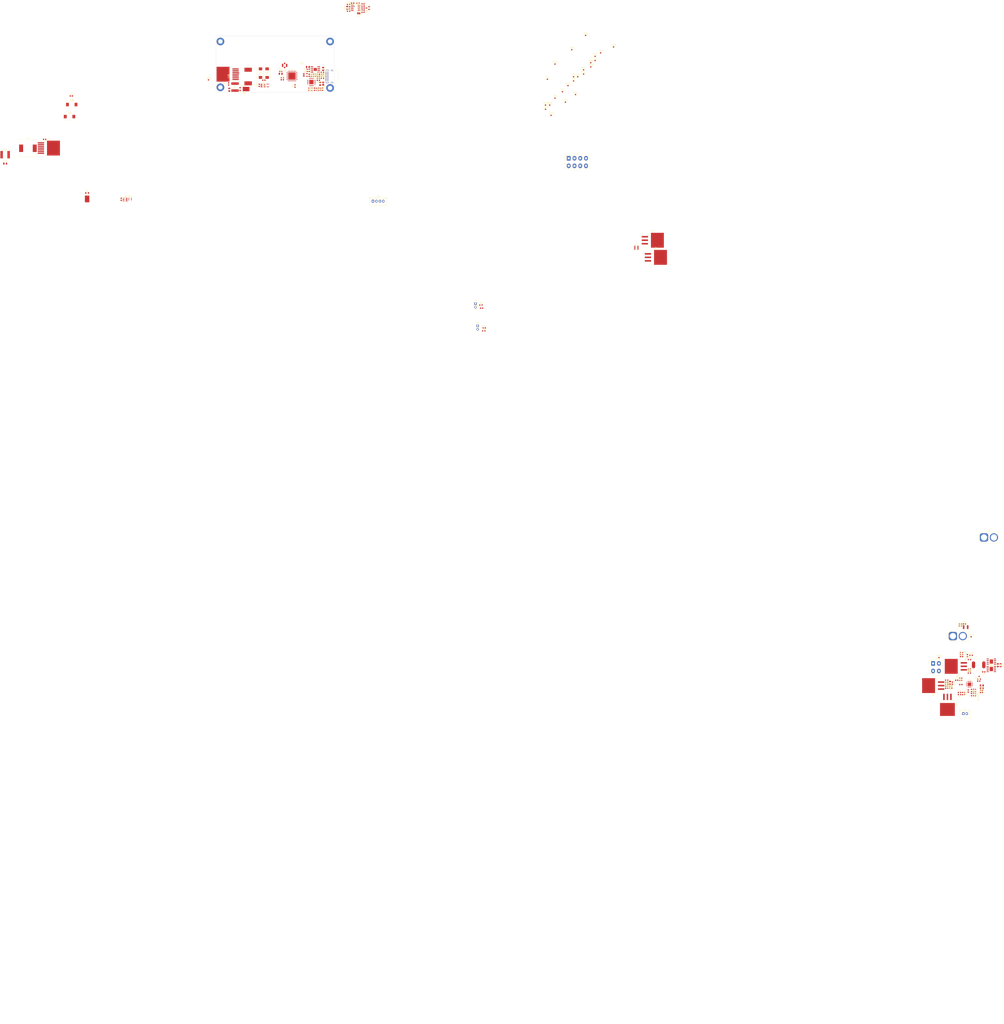
<source format=kicad_pcb>
(kicad_pcb (version 20211014) (generator pcbnew)
  (layers (0 "F.Cu" signal) (1 "In1.Cu" signal) (2 "In2.Cu" signal) (31 "B.Cu" signal) (34 "B.Paste" user) (35 "F.Paste" user) (36 "B.SilkS" user "B.Silkscreen") (37 "F.SilkS" user "F.Silkscreen") (38 "B.Mask" user) (39 "F.Mask" user) (44 "Edge.Cuts" user))
  (net 0 "")
  (net 1 "Net-(C1-Pad1)")
  (net 2 "GND")
  (net 3 "/EN")
  (net 4 "Net-(C3-Pad1)")
  (net 5 "/Battery Charger/CE")
  (net 6 "Net-(C5-Pad1)")
  (net 7 "/Battery Charger/PH")
  (net 8 "/Battery Charger/BTST")
  (net 9 "/Battery Charger/VCC")
  (net 10 "/Battery Charger/SRP")
  (net 11 "/Battery Charger/Q3-S")
  (net 12 "/Battery Charger/Q1-D")
  (net 13 "/Battery Charger/Q1-G")
  (net 14 "Net-(C15-Pad2)")
  (net 15 "Net-(C17-Pad2)")
  (net 16 "Net-(C18-Pad2)")
  (net 17 "/LNA_IN")
  (net 18 "+3V3")
  (net 19 "+24V")
  (net 20 "VBUS")
  (net 21 "Net-(C16-Pad2)")
  (net 22 "Net-(C21-Pad2)")
  (net 23 "Net-(PowerLED1-Pad2)")
  (net 24 "/RTS")
  (net 25 "Net-(Q6-Pad2)")
  (net 26 "/BOOT")
  (net 27 "/DTR")
  (net 28 "Net-(Q6-Pad5)")
  (net 29 "Net-(Q9-Pad3)")
  (net 30 "Net-(Q10-Pad3)")
  (net 31 "Net-(C26-Pad1)")
  (net 32 "/LPC_24V")
  (net 34 "/3.3STAT1")
  (net 35 "/3.3STAT2")
  (net 36 "/PG")
  (net 37 "/CAN_RX")
  (net 38 "/BATTSTAT2")
  (net 39 "/BATTSTAT1")
  (net 40 "/CAN_TX")
  (net 41 "/RXD")
  (net 42 "/TXD")
  (net 44 "/CANL")
  (net 45 "/CANH")
  (net 46 "Net-(C31-Pad1)")
  (net 47 "Net-(C36-Pad2)")
  (net 48 "Net-(C37-Pad1)")
  (net 49 "Net-(C37-Pad2)")
  (net 50 "Net-(C36-Pad1)")
  (net 54 "Net-(IC2-Pad8)")
  (net 55 "Net-(IC2-Pad9)")
  (net 72 "/Battery Charger/VFB")
  (net 73 "Net-(D2-Pad2)")
  (net 74 "Net-(D3-Pad2)")
  (net 75 "Net-(PackLED1-Pad1)")
  (net 76 "Net-(PowerLED1-Pad1)")
  (net 77 "/Battery Charger/ACSET")
  (net 78 "/Battery Charger/ISET2")
  (net 79 "Net-(J1-Pad1)")
  (net 80 "Net-(IC1-Pad23)")
  (net 83 "/Battery Charger/ICSET2")
  (net 84 "/Battery Charger/LODRV")
  (net 85 "/Battery Charger/Q4-G")
  (net 86 "Net-(C57-Pad2)")
  (net 87 "Net-(CTTC1-Pad2)")
  (net 88 "Net-(D7-Pad2)")
  (net 89 "Net-(D8-Pad3)")
  (net 90 "Net-(D8-Pad4)")
  (net 91 "Net-(IC1-Pad3)")
  (net 92 "Net-(IC1-Pad11)")
  (net 93 "Net-(J4-Pad4)")
  (net 94 "Net-(J5-Pad1)")
  (net 95 "Net-(J8-PadA1)")
  (net 96 "Net-(J8-PadA5)")
  (net 98 "Net-(J8-PadB5)")
  (net 101 "/SDA")
  (net 102 "/SCL")
  (net 103 "/Vref")
  (net 104 "Net-(Q7-Pad1)")
  (net 105 "Net-(Q7-Pad2)")
  (net 106 "Net-(R23-Pad2)")
  (net 107 "Net-(R24-Pad1)")
  (net 108 "/CHARGE")
  (net 109 "Net-(R42-Pad2)")
  (net 138 "Net-(C49-Pad1)")
  (footprint "Package_SO:SOIC-8_3.9x4.9mm_P1.27mm" (layer "F.Cu") (at 150.525 21.635)
    (fp_text reference "U2")
    (fp_text value "SN65HVD230")
  )
  (footprint "Capacitor_SMD:C_0805_2012Metric" (layer "F.Cu") (at 115.74 64.65)
    (fp_text reference "C57")
    (fp_text value "10uF")
  )
  (footprint "Capacitor_SMD:C_0603_1608Metric" (layer "F.Cu") (at -75.8175 117.255 180)
    (fp_text reference "C37")
    (fp_text value "0.01uF")
  )
  (footprint "Package_TO_SOT_SMD:TO-263-7_TabPin4" (layer "F.Cu") (at 57.38 69.895 180)
    (fp_text reference "U6")
    (fp_text value "LM2679T-3.3-iclr")
  )
  (footprint "Inductor_SMD:L_12x12mm_H8mm" (layer "F.Cu") (at 72.29 71.6 90)
    (fp_text reference "L3")
    (fp_text value "15uH")
  )
  (footprint "Resistor_SMD:R_0603_1608Metric" (layer "F.Cu") (at 118.2 70.69 -90)
    (fp_text reference "R40")
    (fp_text value "4.7k")
  )
  (footprint "Capacitor_SMD:C_0603_1608Metric" (layer "F.Cu") (at 242.165 240.09)
    (fp_text reference "C18")
    (fp_text value "1μF")
  )
  (footprint "LED_SMD:LED_0603_1608Metric" (layer "F.Cu") (at 595.65 492.825 90)
    (fp_text reference "PackLED1")
    (fp_text value "LED")
  )
  (footprint "Resistor_SMD:R_0603_1608Metric" (layer "F.Cu") (at 145.345 24.055)
    (fp_text reference "R23")
    (fp_text value "120")
  )
  (footprint "Capacitor_SMD:C_0603_1608Metric" (layer "F.Cu") (at 596.26 518.58 90)
    (fp_text reference "CTTC1")
    (fp_text value "22nF")
  )
  (footprint "Package_DFN_QFN:VQFN-24-1EP_4x4mm_P0.5mm_EP2.45x2.45mm" (layer "F.Cu") (at 597.125 513.65)
    (fp_text reference "IC1")
    (fp_text value "BQ24618RGET-iclr")
  )
  (footprint "Capacitor_SMD:C_0603_1608Metric" (layer "F.Cu") (at 123.4 71.41 180)
    (fp_text reference "C52")
    (fp_text value "4.7muF")
  )
  (footprint "Capacitor_SMD:C_0603_1608Metric" (layer "F.Cu") (at -56.35 85.725)
    (fp_text reference "C44")
    (fp_text value "22uF")
  )
  (footprint "Connector_AMASS:AMASS_XT60-M_1x02_P7.20mm_Vertical" (layer "F.Cu") (at 607.73 406.85)
    (fp_text reference "J6")
    (fp_text value "Conn_01x02_Male")
  )
  (footprint "Capacitor_SMD:C_0603_1608Metric" (layer "F.Cu") (at 603.9 511.35)
    (fp_text reference "C5")
    (fp_text value "1uF")
  )
  (footprint "Capacitor_SMD:C_0603_1608Metric" (layer "F.Cu") (at 156.641889 23.996728 -90)
    (fp_text reference "C28")
    (fp_text value "220 pF")
  )
  (footprint "Capacitor_SMD:C_0805_2012Metric" (layer "F.Cu") (at -104.525 134.925)
    (fp_text reference "C43")
    (fp_text value "0.47μF")
  )
  (footprint "Package_SO:HSOP-8-1EP_3.9x4.9mm_P1.27mm_EP2.41x3.1mm" (layer "F.Cu") (at 613.05 502.525)
    (fp_text reference "Q4")
    (fp_text value "RS1G120MN")
  )
  (footprint "Resistor_SMD:R_0603_1608Metric" (layer "F.Cu") (at 591.375 492)
    (fp_text reference "R2")
    (fp_text value "110kΩ")
  )
  (footprint "Package_TO_SOT_SMD:TO-263-3_TabPin2" (layer "F.Cu") (at 587.275 500.6 180)
    (fp_text reference "Q3")
    (fp_text value "RSJ250P10TL")
  )
  (footprint "TestPoint:TestPoint_Pad_D1.0mm" (layer "F.Cu") (at 324.74 59.94)
    (fp_text reference "TP3")
    (fp_text value "TestPoint")
  )
  (footprint "Capacitor_SMD:C_0603_1608Metric" (layer "F.Cu") (at 95.98 67.89)
    (fp_text reference "C24")
    (fp_text value "0.1uF")
  )
  (footprint "Capacitor_SMD:C_0603_1608Metric" (layer "F.Cu") (at 587.825 510.725)
    (fp_text reference "C33")
    (fp_text value "0.1μF")
  )
  (footprint "Capacitor_SMD:C_0603_1608Metric" (layer "F.Cu") (at 596.375 503.275 -90)
    (fp_text reference "C15")
    (fp_text value "0.1µF")
  )
  (footprint "Capacitor_SMD:C_0603_1608Metric" (layer "F.Cu") (at 123.395 72.88)
    (fp_text reference "C51")
    (fp_text value "0.1muF")
  )
  (footprint "Resistor_SMD:R_0603_1608Metric" (layer "F.Cu") (at 598.6 521.15 -90)
    (fp_text reference "RFast1")
    (fp_text value "32kΩ")
  )
  (footprint "TestPoint:TestPoint_Pad_D1.0mm" (layer "F.Cu") (at 43.4 74.025)
    (fp_text reference "TP19")
    (fp_text value "TestPoint")
  )
  (footprint "Resistor_SMD:R_0603_1608Metric" (layer "F.Cu") (at 121.18 70.69 -90)
    (fp_text reference "R38")
    (fp_text value "24k")
  )
  (footprint "Capacitor_SMD:C_0603_1608Metric" (layer "F.Cu") (at 584.775 512.825 -90)
    (fp_text reference "C7")
    (fp_text value "1uF")
  )
  (footprint "TestPoint:TestPoint_Pad_D1.0mm" (layer "F.Cu") (at 316.37 66.73)
    (fp_text reference "TP14")
    (fp_text value "TestPoint")
  )
  (footprint "Capacitor_SMD:C_0603_1608Metric" (layer "F.Cu") (at 593.55 469.775)
    (fp_text reference "C31")
    (fp_text value "0.1μF")
  )
  (footprint "Resistor_SMD:R_0603_1608Metric" (layer "F.Cu") (at 126.52 80.83 90)
    (fp_text reference "R21")
    (fp_text value "470Ω")
  )
  (footprint "Resistor_SMD:R_0603_1608Metric" (layer "F.Cu") (at 241.68 237.78)
    (fp_text reference "R8")
    (fp_text value "470Ω")
  )
  (footprint "Capacitor_SMD:C_0603_1608Metric" (layer "F.Cu") (at 148.305 18.205 180)
    (fp_text reference "C21")
    (fp_text value "160pF")
  )
  (footprint "Resistor_SMD:R_0603_1608Metric" (layer "F.Cu") (at 590.05 509.975 -90)
    (fp_text reference "RAC1")
    (fp_text value "10mΩ")
  )
  (footprint "Capacitor_SMD:C_0603_1608Metric" (layer "F.Cu") (at 607.55 504.625 180)
    (fp_text reference "C6")
    (fp_text value "0.1µF")
  )
  (footprint "TestPoint:TestPoint_Pad_D1.0mm" (layer "F.Cu") (at 292.71 99.81)
    (fp_text reference "TP25")
    (fp_text value "TestPoint")
  )
  (footprint "Connector_Coaxial:U.FL_Molex_MCRF_73412-0110_Vertical" (layer "F.Cu") (at 98.82 63.5)
    (fp_text reference "J9")
    (fp_text value "Conn_Coaxial")
  )
  (footprint "Capacitor_SMD:C_0805_2012Metric" (layer "F.Cu") (at 95.97 69.59)
    (fp_text reference "C22")
    (fp_text value "10uF")
  )
  (footprint "Resistor_SMD:R_0603_1608Metric" (layer "F.Cu") (at 580.575 510.65 180)
    (fp_text reference "R29")
    (fp_text value "3.5k")
  )
  (footprint "Resistor_SMD:R_0603_1608Metric" (layer "F.Cu") (at 116.38 80.85 -90)
    (fp_text reference "R13")
    (fp_text value "10k")
  )
  (footprint "Package_TO_SOT_SMD:SOT-23" (layer "F.Cu") (at 159.33 21.775 180)
    (fp_text reference "D4")
    (fp_text value "SM712_SOT23")
  )
  (footprint "Connector_Molex:Molex_Mini-Fit_Jr_5566-04A_2x02_P4.20mm_Vertical" (layer "F.Cu") (at 570.7 498.475)
    (fp_text reference "J5")
    (fp_text value "Conn_01x04_Male")
  )
  (footprint "Capacitor_Tantalum_SMD:CP_EIA-7343-30_AVX-N" (layer "F.Cu") (at 86.1 69.14 -90)
    (fp_text reference "C41")
    (fp_text value "330uF")
  )
  (footprint "TestPoint:TestPoint_Pad_D1.0mm" (layer "F.Cu") (at 321.6 64.58)
    (fp_text reference "TP10")
    (fp_text value "TestPoint")
  )
  (footprint "Capacitor_SMD:C_0805_2012Metric" (layer "F.Cu") (at 58.54 81.17 -90)
    (fp_text reference "C42" hide)
    (fp_text value "0.47uF")
  )
  (footprint "Connector_Molex:Molex_Mini-Fit_Jr_5566-08A_2x04_P4.20mm_Vertical" (layer "F.Cu") (at 305.54 131.055)
    (fp_text reference "J4")
    (fp_text value "Conn_01x08_Male")
  )
  (footprint "TestPoint:TestPoint_Pad_D1.0mm" (layer "F.Cu") (at 303.18 90.22)
    (fp_text reference "TP23")
    (fp_text value "TestPoint")
  )
  (footprint "Package_TO_SOT_SMD:TO-277B" (layer "F.Cu") (at -44.8775 159.425)
    (fp_text reference "D5")
    (fp_text value "DST1550S")
  )
  (footprint "TestPoint:TestPoint_Pad_D1.0mm" (layer "F.Cu") (at 574.95 494.25)
    (fp_text reference "TP16")
    (fp_text value "TestPoint")
  )
  (footprint "Capacitor_SMD:C_0603_1608Metric" (layer "F.Cu") (at 590.895 513.88)
    (fp_text reference "C4")
    (fp_text value "1μF")
  )
  (footprint "Connector_JST:JST_XH_B2B-XH-AM_1x02_P2.50mm_Vertical" (layer "F.Cu") (at 592.69 535.025)
    (fp_text reference "J1")
    (fp_text value "Thermistor Connection 103AT NTC")
  )
  (footprint "TestPoint:TestPoint_Pad_D1.0mm" (layer "F.Cu") (at 290.05 73.56)
    (fp_text reference "TP7")
    (fp_text value "TestPoint")
  )
  (footprint "Package_TO_SOT_SMD:SOT-363_SC-70-6" (layer "F.Cu") (at 118.52 80.85 90)
    (fp_text reference "Q6")
    (fp_text value "MMDT2222A")
  )
  (footprint "Capacitor_SMD:C_0603_1608Metric" (layer "F.Cu") (at 591.525 509.975 90)
    (fp_text reference "C3")
    (fp_text value "0.1μF")
  )
  (footprint "Resistor_SMD:R_0603_1608Metric" (layer "F.Cu") (at 115.25 67.11 90)
    (fp_text reference "R43")
    (fp_text value "10k")
  )
  (footprint "Resistor_SMD:R_0603_1608Metric" (layer "F.Cu") (at 597.125 495.675)
    (fp_text reference "RSR1")
    (fp_text value "10mΩ")
  )
  (footprint "TestPoint:TestPoint_Pad_D1.0mm" (layer "F.Cu") (at 598.35 479.1)
    (fp_text reference "TP17")
    (fp_text value "TestPoint")
  )
  (footprint "Capacitor_SMD:C_1210_3225Metric" (layer "F.Cu") (at 594.375 472.1)
    (fp_text reference "C32")
    (fp_text value "22μF")
  )
  (footprint "MountingHole:MountingHole_3.2mm_M3_DIN965_Pad" (layer "F.Cu") (at 52.1 79.456027)
    (fp_text reference "H3" hide)
    (fp_text value "MountingHole_Pad" hide)
  )
  (footprint "TestPoint:TestPoint_Pad_D1.0mm" (layer "F.Cu") (at 312.11 71.75)
    (fp_text reference "TP5")
    (fp_text value "TestPoint")
  )
  (footprint "Package_TO_SOT_SMD:SOT-363_SC-70-6" (layer "F.Cu") (at -13.625 160.8)
    (fp_text reference "Q10")
    (fp_text value "MCH6351")
  )
  (footprint "Resistor_SMD:R_0603_1608Metric" (layer "F.Cu") (at 600.075 518.175 -90)
    (fp_text reference "R5")
    (fp_text value "100kΩ")
  )
  (footprint "Capacitor_SMD:C_0603_1608Metric" (layer "F.Cu") (at 606.62 518.93 90)
    (fp_text reference "C10")
    (fp_text value "0.1μF")
  )
  (footprint "TestPoint:TestPoint_Pad_D1.0mm" (layer "F.Cu") (at 321.6 61.53)
    (fp_text reference "TP8")
    (fp_text value "TestPoint")
  )
  (footprint "MountingHole:MountingHole_3.2mm_M3_DIN965_Pad" (layer "F.Cu") (at 131.9 46.1)
    (fp_text reference "H4" hide)
    (fp_text value "MountingHole_Pad" hide)
  )
  (footprint "Capacitor_SMD:C_0603_1608Metric" (layer "F.Cu") (at 116.73 70.69 -90)
    (fp_text reference "C58")
    (fp_text value "4.7uF")
  )
  (footprint "Capacitor_SMD:C_0805_2012Metric" (layer "F.Cu") (at 126.86 66.06 -90)
    (fp_text reference "C54")
    (fp_text value "10uF")
  )
  (footprint "TestPoint:TestPoint_Pad_D1.0mm" (layer "F.Cu") (at 328.75 54.38)
    (fp_text reference "TP2")
    (fp_text value "TestPoint")
  )
  (footprint "Capacitor_SMD:C_0603_1608Metric" (layer "F.Cu") (at -20.075 160.875 -90)
    (fp_text reference "C48")
    (fp_text value "0.1µF")
  )
  (footprint "Capacitor_Tantalum_SMD:CP_EIA-7343-30_AVX-N" (layer "F.Cu") (at -57.675 100.75)
    (fp_text reference "C40")
    (fp_text value "330uF")
  )
  (footprint "Connector_PinHeader_2.54mm:PinHeader_1x02_P2.54mm_Vertical" (layer "F.Cu") (at 239.27 252.93)
    (fp_text reference "J2")
    (fp_text value "Conn_01x02_Male")
  )
  (footprint "Resistor_SMD:R_0603_1608Metric" (layer "F.Cu") (at 597.125 505.5)
    (fp_text reference "R32")
    (fp_text value "1kΩ")
  )
  (footprint "Capacitor_SMD:C_2220_5650Metric" (layer "F.Cu") (at -104.55 128.425)
    (fp_text reference "C20")
    (fp_text value "47uF")
  )
  (footprint "Capacitor_SMD:C_0603_1608Metric" (layer "F.Cu") (at 605.145 518.93 -90)
    (fp_text reference "C11")
    (fp_text value "0.1μF")
  )
  (footprint "Resistor_SMD:R_0603_1608Metric" (layer "F.Cu") (at 590.575 469.775 180)
    (fp_text reference "R30")
    (fp_text value "75k")
  )
  (footprint "TestPoint:TestPoint_Pad_D1.0mm" (layer "F.Cu") (at 316.37 69.78)
    (fp_text reference "TP13")
    (fp_text value "TestPoint")
  )
  (footprint "Resistor_SMD:R_0603_1608Metric" (layer "F.Cu") (at 126.365 68.49 180)
    (fp_text reference "R37")
    (fp_text value "470Ω")
  )
  (footprint "Package_TO_SOT_SMD:SOT-363_SC-70-6" (layer "F.Cu") (at 86.6125 78.08 90)
    (fp_text reference "Q9")
    (fp_text value "MCH6351")
  )
  (footprint "Connector_JST:JST_XH_B4B-XH-AM_1x04_P2.50mm_Vertical" (layer "F.Cu") (at 163.12 162.255)
    (fp_text reference "J10")
    (fp_text value "Conn_01x04_Male")
  )
  (footprint "Capacitor_SMD:C_2220_5650Metric" (layer "F.Cu") (at 62.74 79.26 -90)
    (fp_text reference "C19")
    (fp_text value "47uF")
  )
  (footprint "MountingHole:MountingHole_3.2mm_M3_DIN965_Pad" (layer "F.Cu") (at 131.9 79.9)
    (fp_text reference "H2" hide)
    (fp_text value "MountingHole_Pad" hide)
  )
  (footprint "Capacitor_SMD:C_0603_1608Metric" (layer "F.Cu") (at 579.825 515.775 -90)
    (fp_text reference "C14")
    (fp_text value "0.1µF")
  )
  (footprint "Capacitor_SMD:C_0805_2012Metric" (layer "F.Cu") (at 583.05 512.6 -90)
    (fp_text reference "C16")
    (fp_text value "2.2uF")
  )
  (footprint "Capacitor_SMD:C_0603_1608Metric" (layer "F.Cu") (at 155.93 21.785)
    (fp_text reference "C26")
    (fp_text value "0.1uF")
  )
  (footprint "TestPoint:TestPoint_Pad_D1.0mm" (layer "F.Cu") (at 307.75 52.07)
    (fp_text reference "TP21")
    (fp_text value "TestPoint")
  )
  (footprint "Resistor_SMD:R_0603_1608Metric" (layer "F.Cu") (at 155.179546 19.574725 -90)
    (fp_text reference "R26")
    (fp_text value "60")
  )
  (footprint "TestPoint:TestPoint_Pad_D1.0mm" (layer "F.Cu") (at 288.65 95.41)
    (fp_text reference "TP27")
    (fp_text value "TestPoint")
  )
  (footprint "Resistor_SMD:R_0603_1608Metric" (layer "F.Cu") (at 601.55 518.175 -90)
    (fp_text reference "R3")
    (fp_text value "100kΩ")
  )
  (footprint "Package_DFN_QFN:QFN-48-1EP_7x7mm_P0.5mm_EP5.3x5.3mm" (layer "F.Cu") (at 104.16 71.23)
    (fp_text reference "U3")
    (fp_text value "ESP32-PICO-D4")
  )
  (footprint "Capacitor_Tantalum_SMD:CP_EIA-7343-30_AVX-N" (layer "F.Cu") (at 81.29 69.1325 -90)
    (fp_text reference "C39")
    (fp_text value "330uF")
  )
  (footprint "Resistor_SMD:R_0603_1608Metric" (layer "F.Cu") (at 601.55 521.15 -90)
    (fp_text reference "RAdp1")
    (fp_text value "150kΩ")
  )
  (footprint "Capacitor_SMD:C_0603_1608Metric" (layer "F.Cu") (at 156.639347 19.574551 90)
    (fp_text reference "C27")
    (fp_text value "220pF")
  )
  (footprint "LED_SMD:LED_0603_1608Metric" (layer "F.Cu") (at 580.575 512.1 180)
    (fp_text reference "PowerLED1")
    (fp_text value "LED")
  )
  (footprint "TestPoint:TestPoint_Pad_D1.0mm" (layer "F.Cu") (at 301 82.65)
    (fp_text reference "TP1")
    (fp_text value "TestPoint")
  )
  (footprint "Resistor_SMD:R_0603_1608Metric" (layer "F.Cu") (at 589.89 519.64)
    (fp_text reference "R10")
    (fp_text value "430kΩ")
  )
  (footprint "TestPoint:TestPoint_Pad_D1.0mm" (layer "F.Cu") (at 309.06 71.75)
    (fp_text reference "TP4")
    (fp_text value "TestPoint")
  )
  (footprint "Capacitor_SMD:C_0805_2012Metric" (layer "F.Cu") (at 606.12 516.48 180)
    (fp_text reference "C12")
    (fp_text value "10uF")
  )
  (footprint "Resistor_SMD:R_0603_1608Metric" (layer "F.Cu") (at 120.64 80.85 90)
    (fp_text reference "R12")
    (fp_text value "10k")
  )
  (footprint "LED_SMD:LED_0603_1608Metric" (layer "F.Cu") (at 125.06 80.83 -90)
    (fp_text reference "D3")
    (fp_text value "LED")
  )
  (footprint "Resistor_SMD:R_0603_1608Metric" (layer "F.Cu") (at 243.76 256.58)
    (fp_text reference "R6")
    (fp_text value "470Ω")
  )
  (footprint "Resistor_SMD:R_0603_1608Metric" (layer "F.Cu") (at 583.55 515.05 180)
    (fp_text reference "R17")
    (fp_text value "10Ω")
  )
  (footprint "Resistor_SMD:R_0603_1608Metric" (layer "F.Cu") (at 597.875 503.275 90)
    (fp_text reference "R15")
    (fp_text value "100kΩ")
  )
  (footprint "LED_SMD:LED_0603_1608Metric" (layer "F.Cu") (at 126.37 69.95 180)
    (fp_text reference "D7")
    (fp_text value "LED")
  )
  (footprint "Capacitor_SMD:C_0805_2012Metric" (layer "F.Cu") (at 619.775 499.775 -90)
    (fp_text reference "C9")
    (fp_text value "10uF")
  )
  (footprint "Resistor_SMD:R_0603_1608Metric" (layer "F.Cu") (at 152.22 18.21 180)
    (fp_text reference "R24")
    (fp_text value "10k")
  )
  (footprint "LED_SMD:LED_0603_1608Metric" (layer "F.Cu") (at 122.11 80.84 -90)
    (fp_text reference "D2")
    (fp_text value "LED")
  )
  (footprint "Resistor_SMD:R_0603_1608Metric" (layer "F.Cu") (at 598.6 518.175 -90)
    (fp_text reference "R7")
    (fp_text value "100kΩ")
  )
  (footprint "Capacitor_SMD:C_0805_2012Metric" (layer "F.Cu") (at 617.775 499.775 -90)
    (fp_text reference "C8")
    (fp_text value "10uF")
  )
  (footprint "Capacitor_SMD:C_0603_1608Metric" (layer "F.Cu") (at 244.025 254.45)
    (fp_text reference "C17")
    (fp_text value "1μF")
  )
  (footprint "Resistor_SMD:R_0603_1608Metric" (layer "F.Cu") (at 591.375 490.525 180)
    (fp_text reference "R1")
    (fp_text value "10kΩ")
  )
  (footprint "TestPoint:TestPoint_Pad_D1.0mm" (layer "F.Cu") (at 291.7 92.36)
    (fp_text reference "TP26")
    (fp_text value "TestPoint")
  )
  (footprint "Capacitor_SMD:C_0805_2012Metric" (layer "F.Cu") (at 144.375 21.625 90)
    (fp_text reference "C25")
    (fp_text value "10uF")
  )
  (footprint "Resistor_SMD:R_0603_1608Metric" (layer "F.Cu") (at 106.41 78.5 90)
    (fp_text reference "R11")
    (fp_text value "10kΩ")
  )
  (footprint "Package_TO_SOT_SMD:SOT-143" (layer "F.Cu") (at 125.78 76.83 180)
    (fp_text reference "D8")
    (fp_text value "SP0503BAHT")
  )
  (footprint "Jumper:SolderJumper-2_P1.3mm_Open_RoundedPad1.0x1.5mm" (layer "F.Cu") (at 152.795 25.595)
    (fp_text reference "JP1")
    (fp_text value "SolderJumper_2_Open")
  )
  (footprint "Capacitor_SMD:C_0603_1608Metric" (layer "F.Cu") (at 80.376467 77.98 -90)
    (fp_text reference "C49")
    (fp_text value "0.1µF")
  )
  (footprint "Capacitor_SMD:C_0603_1608Metric" (layer "F.Cu") (at 123.41 69.95)
    (fp_text reference "C50")
    (fp_text value "1.0muF")
  )
  (footprint "Resistor_SMD:R_0603_1608Metric" (layer "F.Cu") (at 580.575 513.575 180)
    (fp_text reference "R20")
    (fp_text value "2Ω")
  )
  (footprint "TestPoint:TestPoint_Pad_D1.0mm" (layer "F.Cu") (at 295.56 87.34)
    (fp_text reference "TP9")
    (fp_text value "TestPoint")
  )
  (footprint "Capacitor_SMD:C_0603_1608Metric" (layer "F.Cu") (at 83.74 74.26)
    (fp_text reference "C45")
    (fp_text value "22uF")
  )
  (footprint "Resistor_SMD:R_0603_1608Metric" (layer "F.Cu") (at 590.575 471.225)
    (fp_text reference "R31")
    (fp_text value "10k")
  )
  (footprint "Package_TO_SOT_SMD:SOT-23-5" (layer "F.Cu") (at 113.94 70.46)
    (fp_text reference "U11")
    (fp_text value "LTC4411")
  )
  (footprint "Resistor_SMD:R_0603_1608Metric" (layer "F.Cu") (at 126.37 72.88)
    (fp_text reference "R35")
    (fp_text value "5.1k")
  )
  (footprint "Resistor_SMD:R_0603_1608Metric" (layer "F.Cu") (at 581.325 515.775 -90)
    (fp_text reference "R14")
    (fp_text value "100kΩ")
  )
  (footprint "Connector_PinHeader_2.54mm:PinHeader_1x02_P2.54mm_Vertical" (layer "F.Cu") (at 237.72 236.845)
    (fp_text reference "J3")
    (fp_text value "Conn_01x02_Male")
  )
  (footprint "Capacitor_SMD:C_0603_1608Metric" (layer "F.Cu") (at 593.54 520.39 -90)
    (fp_text reference "C1")
    (fp_text value "0.1μF")
  )
  (footprint "Package_TO_SOT_SMD:TO-277B" (layer "F.Cu") (at 69.59 80.7 90)
    (fp_text reference "D6")
    (fp_text value "DST1550S")
  )
  (footprint "TestPoint:TestPoint_Pad_D1.0mm" (layer "F.Cu") (at 317.82 41.68)
    (fp_text reference "TP22")
    (fp_text value "TestPoint")
  )
  (footprint "TestPoint:TestPoint_Pad_D1.0mm" (layer "F.Cu") (at 338.17 50.08)
    (fp_text reference "TP18")
    (fp_text value "TestPoint")
  )
  (footprint "Resistor_SMD:R_0603_1608Metric" (layer "F.Cu") (at 126.37 71.41)
    (fp_text reference "R36")
    (fp_text value "5.1k")
  )
  (footprint "Package_TO_SOT_SMD:TO-263-7_TabPin4" (layer "F.Cu") (at -72.7375 123.64)
    (fp_text reference "U7")
    (fp_text value "LM2679T-3.3-iclr")
  )
  (footprint "Package_TO_SOT_SMD:TSOT-23-6" (layer "F.Cu") (at -17.275 161.125)
    (fp_text reference "U8")
    (fp_text value "LTC4412xS6")
  )
  (footprint "TestPoint:TestPoint_Pad_D1.0mm" (layer "F.Cu") (at 288.65 92.36)
    (fp_text reference "TP15")
    (fp_text value "TestPoint")
  )
  (footprint "Resistor_SMD:R_0603_1608Metric" (layer "F.Cu") (at 145.345 19.195)
    (fp_text reference "R22")
    (fp_text value "120")
  )
  (footprint "TestPoint:TestPoint_Pad_D1.0mm" (layer "F.Cu") (at 305.01 78.2)
    (fp_text reference "TP12")
    (fp_text value "TestPoint")
  )
  (footprint "MountingHole:MountingHole_3.2mm_M3_DIN965_Pad" (layer "F.Cu") (at 52.1 46.1)
    (fp_text reference "H1" hide)
    (fp_text value "MountingHole_Pad" hide)
  )
  (footprint "Capacitor_SMD:C_0603_1608Metric" (layer "F.Cu") (at 58.05 77.02 -90)
    (fp_text reference "C36")
    (fp_text value "0.01uF")
  )
  (footprint "TestPoint:TestPoint_Pad_D1.0mm" (layer "F.Cu") (at 310.53 84.7)
    (fp_text reference "TP24")
    (fp_text value "TestPoint")
  )
  (footprint "iclr:INDM8681X400N" (layer "F.Cu") (at 603.85 499.5)
    (fp_text reference "L1")
    (fp_text value "6.8µH")
  )
  (footprint "Connector_AMASS:AMASS_XT60-M_1x02_P7.20mm_Vertical" (layer "F.Cu") (at 585.1 478.6)
    (fp_text reference "J7")
    (fp_text value "IsolationSwitch")
  )
  (footprint "Resistor_SMD:R_0603_1608Metric" (layer "F.Cu") (at 583.55 516.525)
    (fp_text reference "R18")
    (fp_text value "1kΩ")
  )
  (footprint "iclr:QFN28G_0.5-5X5MM" (layer "F.Cu") (at 118.32 75.602 180)
    (fp_text reference "IC2")
    (fp_text value "CP2102")
  )
  (footprint "Resistor_SMD:R_0603_1608Metric" (layer "F.Cu") (at 598.325 492.575)
    (fp_text reference "R28")
    (fp_text value "3.5k")
  )
  (footprint "Resistor_SMD:R_0603_1608Metric" (layer "F.Cu") (at 119.7 70.69 -90)
    (fp_text reference "R39")
    (fp_text value "47k")
  )
  (footprint "Package_TO_SOT_SMD:TO-263-3_TabPin2" (layer "F.Cu") (at 368.97 203.115)
    (fp_text reference "Q8")
    (fp_text value "RSJ250P10TL")
  )
  (footprint "Capacitor_SMD:C_0603_1608Metric" (layer "F.Cu") (at 146.095 21.655 90)
    (fp_text reference "C23")
    (fp_text value "100nF")
  )
  (footprint "Package_SO:HSOP-8-1EP_3.9x4.9mm_P1.27mm_EP2.41x3.1mm" (layer "F.Cu") (at 613.075 497.125 180)
    (fp_text reference "Q5")
    (fp_text value "RS1G120MN")
  )
  (footprint "Resistor_SMD:R_0603_1608Metric" (layer "F.Cu") (at 592.09 520.39 -90)
    (fp_text reference "R16")
    (fp_text value "100Ω")
  )
  (footprint "Capacitor_SMD:C_0805_2012Metric" (layer "F.Cu") (at 606.12 514.52 180)
    (fp_text reference "C13")
    (fp_text value "10uF")
  )
  (footprint "Package_TO_SOT_SMD:TO-263-3_TabPin2" (layer "F.Cu") (at 581.12 528.59 -90)
    (fp_text reference "Q2")
    (fp_text value "RSJ250P10TL")
  )
  (footprint "Connector_USB:USB_C_Receptacle_GCT_USB4085" (layer "F.Cu") (at 128.905 74.555 90)
    (fp_text reference "J8")
    (fp_text value "USB_C_Receptacle_USB2.0")
  )
  (footprint "Resistor_SMD:R_0603_1608Metric" (layer "F.Cu") (at 123.59 80.84 90)
    (fp_text reference "R19")
    (fp_text value "470Ω")
  )
  (footprint "Package_TO_SOT_SMD:TO-263-3_TabPin2" (layer "F.Cu") (at 366.71 190.665)
    (fp_text reference "Q7")
    (fp_text value "RSJ250P10TL")
  )
  (footprint "TestPoint:TestPoint_Pad_D1.0mm" (layer "F.Cu") (at 324.74 56.89)
    (fp_text reference "TP11")
    (fp_text value "TestPoint")
  )
  (footprint "Capacitor_SMD:C_0603_1608Metric" (layer "F.Cu") (at 97.165 73.95)
    (fp_text reference "C2")
    (fp_text value "1μF")
  )
  (footprint "iclr:SOIC127P599X175-9N" (layer "F.Cu") (at 121.18 66.445 180)
    (fp_text reference "U4")
    (fp_text value "RT9025-25GSP")
  )
  (footprint "Resistor_SMD:R_0603_1608Metric" (layer "F.Cu") (at 97.17 72.49)
    (fp_text reference "R4")
    (fp_text value "10kΩ")
  )
  (footprint "TestPoint:TestPoint_Pad_D1.0mm" (layer "F.Cu") (at 309.06 74.8)
    (fp_text reference "TP6")
    (fp_text value "TestPoint")
  )
  (footprint "Package_TO_SOT_SMD:TO-263-3_TabPin2" (layer "F.Cu") (at 570.775 514.6 180)
    (fp_text reference "Q1")
    (fp_text value "RSJ250P10TL")
  )
  (footprint "Capacitor_Tantalum_SMD:CP_EIA-7343-30_AVX-N" (layer "F.Cu") (at -56.075 91.975)
    (fp_text reference "C38")
    (fp_text value "330uF")
  )
  (footprint "Diode_SMD:D_SOT-23_ANK" (layer "F.Cu") (at 604.175 508.9 90)
    (fp_text reference "D1")
    (fp_text value "BAT54")
  )
  (footprint "Package_TO_SOT_SMD:TSOT-23-6" (layer "F.Cu") (at 83.15 78.18)
    (fp_text reference "U9")
    (fp_text value "LTC4412xS6")
  )
  (footprint "Capacitor_SMD:C_0603_1608Metric" (layer "F.Cu") (at 123.4 74.34 180)
    (fp_text reference "C53")
    (fp_text value "0.1muF")
  )
  (footprint "Package_TO_SOT_SMD:TSOT-23-6" (layer "F.Cu") (at 354.76 196.1)
    (fp_text reference "U1")
    (fp_text value "LTC4412xS6")
  )
  (footprint "Resistor_SMD:R_0603_1608Metric" (layer "F.Cu") (at 600.075 521.15 -90)
    (fp_text reference "RPre1")
    (fp_text value "13kΩ")
  )
  (footprint "Resistor_SMD:R_0603_1608Metric" (layer "F.Cu") (at 589.89 521.14 180)
    (fp_text reference "R9")
    (fp_text value "9.31kΩ")
  )
  (footprint "Inductor_SMD:L_12x12mm_H8mm" (layer "F.Cu") (at -87.95 123.775)
    (fp_text reference "L4")
    (fp_text value "15uH")
  )
  (footprint "Resistor_SMD:R_0603_1608Metric" (layer "F.Cu") (at 116.72 67.11 -90)
    (fp_text reference "R42")
    (fp_text value "56k")
  )
  (footprint "Resistor_SMD:R_0603_1608Metric" (layer "F.Cu") (at 155.181889 23.996728 -90)
    (fp_text reference "R27")
    (fp_text value "60")
  )
  (footprint "TestPoint:TestPoint_Pad_D1.0mm" (layer "F.Cu") (at 295.56 62.53)
    (fp_text reference "TP20")
    (fp_text value "TestPoint")
  )
  (footprint "Capacitor_SMD:C_0603_1608Metric" (layer "F.Cu") (at 591.375 493.5)
    (fp_text reference "Cff1")
    (fp_text value "22pF")
  )
  (gr_rect (start 49 83) (end 135 42) (layer "Edge.Cuts") (width 0.1) (fill none))
  (segment (start 65.503084 68.454114) (end 65.503084 69.754521) (width 0.25) (layer "F.Cu") (net 2))
  (via (at 149.555 20.475) (size 0.8) (drill 0.4) (layers "F.Cu" "B.Cu") (net 2))
)
</source>
